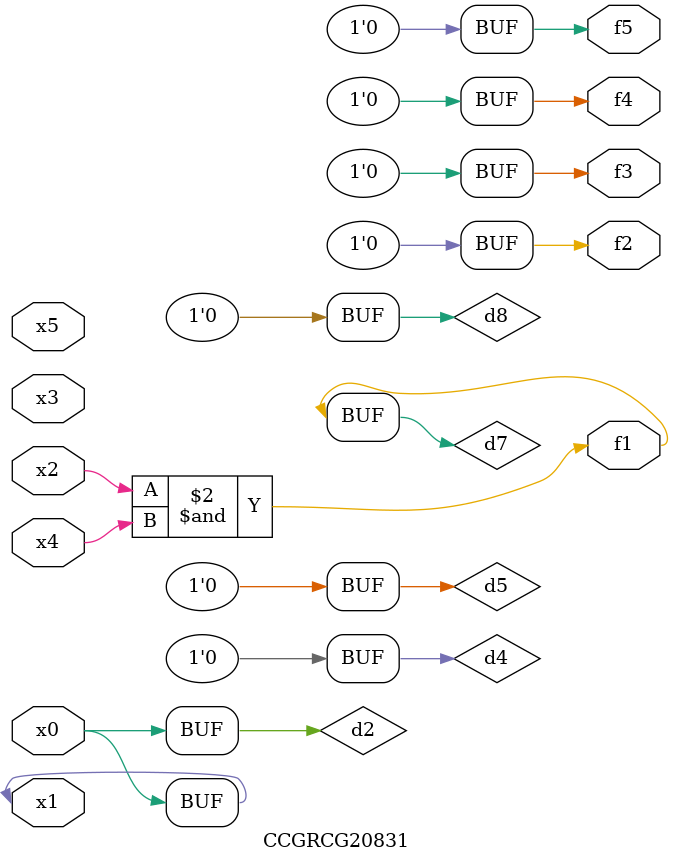
<source format=v>
module CCGRCG20831(
	input x0, x1, x2, x3, x4, x5,
	output f1, f2, f3, f4, f5
);

	wire d1, d2, d3, d4, d5, d6, d7, d8, d9;

	nand (d1, x1);
	buf (d2, x0, x1);
	nand (d3, x2, x4);
	and (d4, d1, d2);
	and (d5, d1, d2);
	nand (d6, d1, d3);
	not (d7, d3);
	xor (d8, d5);
	nor (d9, d5, d6);
	assign f1 = d7;
	assign f2 = d8;
	assign f3 = d8;
	assign f4 = d8;
	assign f5 = d8;
endmodule

</source>
